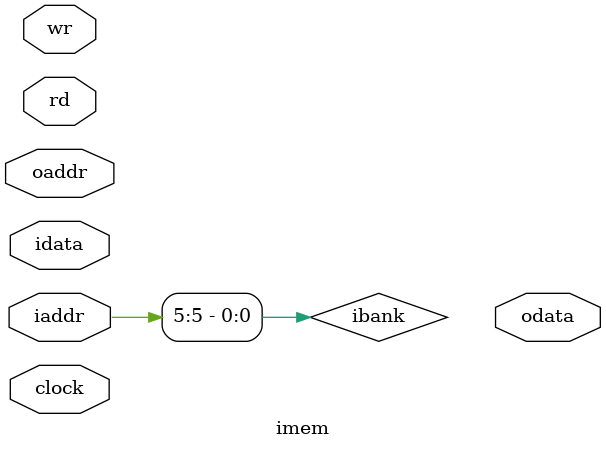
<source format=v>
module imem(input          clock,
	    input [6:0]    iaddr,
	    input [3:0]    idata,
	    input 	   wr,
	    input [1:0]    oaddr,
	    output [127:0] odata,
	    input 	   rd);

   reg [127:0] 		 memblock[0:3];
   reg [127:0] 		 tmp_out;
   wire 		 ibank = iaddr[6:5];
   always @ ( posedge clock ) begin
      if ( wr ) begin
	 case ( iaddr[4:0] )
	   5'd00: memblock[ibank][  3:  0] <= idata;
	   5'd01: memblock[ibank][  7:  4] <= idata;
	   5'd02: memblock[ibank][ 11:  8] <= idata;
	   5'd03: memblock[ibank][ 15: 12] <= idata;
	   5'd04: memblock[ibank][ 19: 16] <= idata;
	   5'd05: memblock[ibank][ 23: 20] <= idata;
	   5'd06: memblock[ibank][ 27: 24] <= idata;
	   5'd07: memblock[ibank][ 31: 28] <= idata;
	   5'd08: memblock[ibank][ 35: 32] <= idata;
	   5'd09: memblock[ibank][ 39: 36] <= idata;
	   5'd10: memblock[ibank][ 43: 40] <= idata;
	   5'd11: memblock[ibank][ 47: 44] <= idata;
	   5'd12: memblock[ibank][ 51: 48] <= idata;
	   5'd13: memblock[ibank][ 55: 52] <= idata;
	   5'd14: memblock[ibank][ 59: 56] <= idata;
	   5'd15: memblock[ibank][ 63: 60] <= idata;
	   5'd16: memblock[ibank][ 67: 64] <= idata;
	   5'd17: memblock[ibank][ 71: 68] <= idata;
	   5'd18: memblock[ibank][ 75: 72] <= idata;
	   5'd19: memblock[ibank][ 79: 76] <= idata;
	   5'd20: memblock[ibank][ 83: 80] <= idata;
	   5'd21: memblock[ibank][ 87: 84] <= idata;
	   5'd22: memblock[ibank][ 91: 88] <= idata;
	   5'd23: memblock[ibank][ 95: 92] <= idata;
	   5'd24: memblock[ibank][ 99: 96] <= idata;
	   5'd25: memblock[ibank][103:100] <= idata;
	   5'd26: memblock[ibank][107:104] <= idata;
	   5'd27: memblock[ibank][111:108] <= idata;
	   5'd28: memblock[ibank][115:112] <= idata;
	   5'd29: memblock[ibank][119:116] <= idata;
	   5'd30: memblock[ibank][123:120] <= idata;
	   5'd31: memblock[ibank][127:124] <= idata;
	 endcase
      end // if ( wr )
      else if ( rd ) begin
	 tmp_out <= memblock[oaddr];
      end
   end // always @ ( posedge clock )

   assign out = tmp_out;

endmodule

</source>
